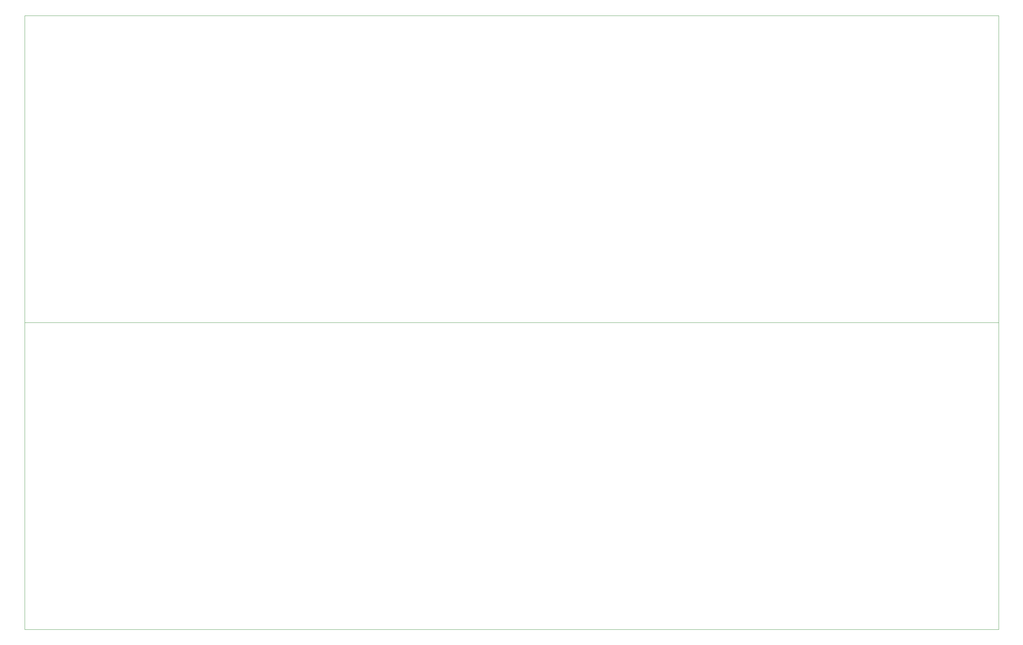
<source format=gbr>
%TF.GenerationSoftware,KiCad,Pcbnew,7.0.6*%
%TF.CreationDate,2023-07-28T20:51:14+03:00*%
%TF.ProjectId,main,6d61696e-2e6b-4696-9361-645f70636258,rev?*%
%TF.SameCoordinates,Original*%
%TF.FileFunction,Profile,NP*%
%FSLAX46Y46*%
G04 Gerber Fmt 4.6, Leading zero omitted, Abs format (unit mm)*
G04 Created by KiCad (PCBNEW 7.0.6) date 2023-07-28 20:51:14*
%MOMM*%
%LPD*%
G01*
G04 APERTURE LIST*
%TA.AperFunction,Profile*%
%ADD10C,0.100000*%
%TD*%
G04 APERTURE END LIST*
D10*
X10160000Y170180000D02*
X264160000Y170180000D01*
X264160000Y90170000D01*
X10160000Y90170000D01*
X10160000Y170180000D01*
X10160000Y90170000D02*
X264160000Y90170000D01*
X264160000Y10160000D01*
X10160000Y10160000D01*
X10160000Y90170000D01*
M02*

</source>
